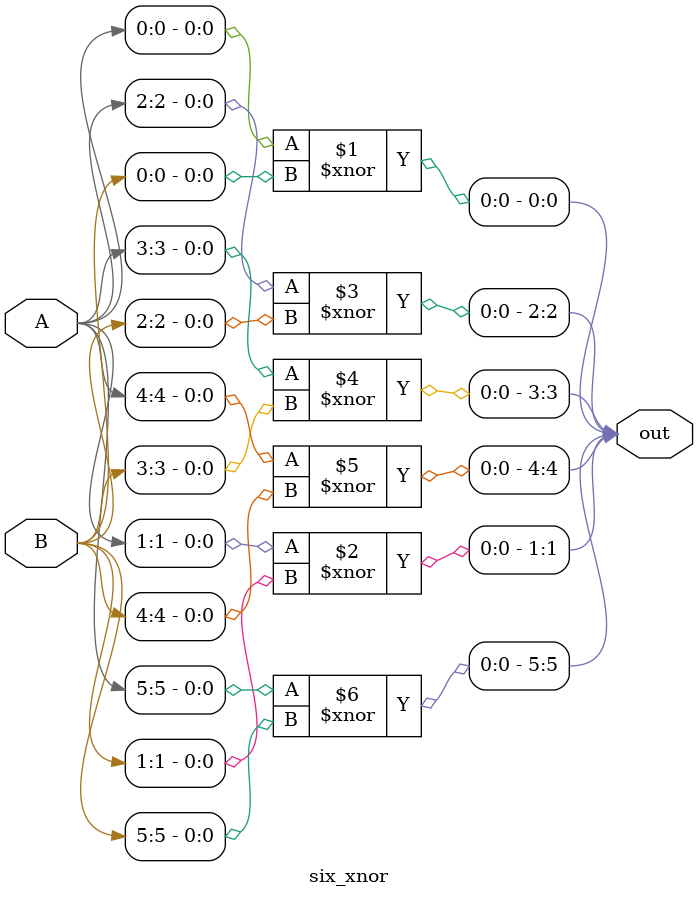
<source format=v>
`timescale 1ns / 1ps


module six_xnor(
    input [5:0] A,
    input [5:0] B,
    output [5:0] out
    );
    
    // xor then invert each bit individually
    assign out[0] = A[0] ^~ B[0];
    assign out[1] = A[1] ^~ B[1];
    assign out[2] = A[2] ^~ B[2];
    assign out[3] = A[3] ^~ B[3];
    assign out[4] = A[4] ^~ B[4];
    assign out[5] = A[5] ^~ B[5];
    
endmodule

</source>
